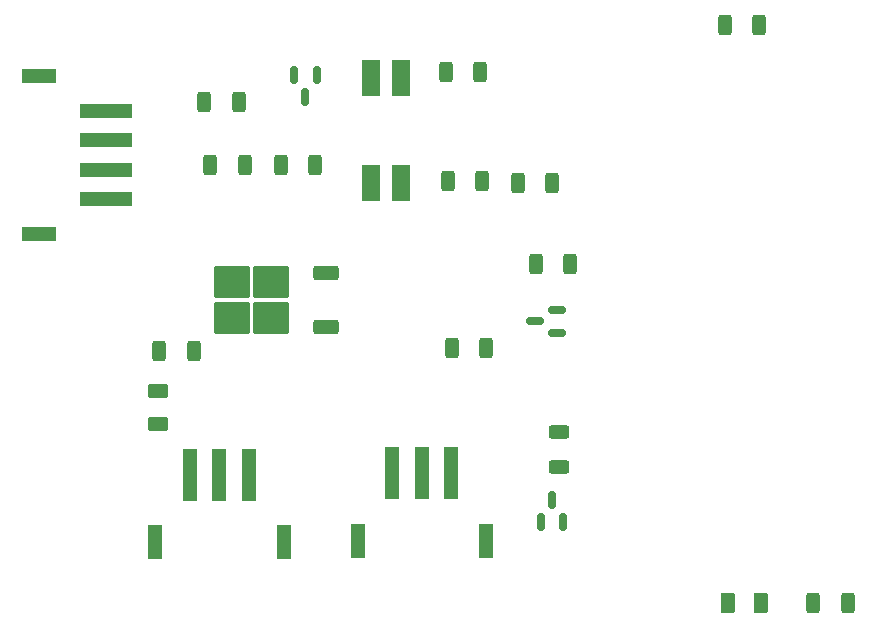
<source format=gbr>
%TF.GenerationSoftware,KiCad,Pcbnew,7.0.9*%
%TF.CreationDate,2024-07-11T14:42:56+10:00*%
%TF.ProjectId,bms test circuit,626d7320-7465-4737-9420-636972637569,rev?*%
%TF.SameCoordinates,Original*%
%TF.FileFunction,Paste,Top*%
%TF.FilePolarity,Positive*%
%FSLAX46Y46*%
G04 Gerber Fmt 4.6, Leading zero omitted, Abs format (unit mm)*
G04 Created by KiCad (PCBNEW 7.0.9) date 2024-07-11 14:42:56*
%MOMM*%
%LPD*%
G01*
G04 APERTURE LIST*
G04 Aperture macros list*
%AMRoundRect*
0 Rectangle with rounded corners*
0 $1 Rounding radius*
0 $2 $3 $4 $5 $6 $7 $8 $9 X,Y pos of 4 corners*
0 Add a 4 corners polygon primitive as box body*
4,1,4,$2,$3,$4,$5,$6,$7,$8,$9,$2,$3,0*
0 Add four circle primitives for the rounded corners*
1,1,$1+$1,$2,$3*
1,1,$1+$1,$4,$5*
1,1,$1+$1,$6,$7*
1,1,$1+$1,$8,$9*
0 Add four rect primitives between the rounded corners*
20,1,$1+$1,$2,$3,$4,$5,0*
20,1,$1+$1,$4,$5,$6,$7,0*
20,1,$1+$1,$6,$7,$8,$9,0*
20,1,$1+$1,$8,$9,$2,$3,0*%
G04 Aperture macros list end*
%ADD10RoundRect,0.250000X0.312500X0.625000X-0.312500X0.625000X-0.312500X-0.625000X0.312500X-0.625000X0*%
%ADD11RoundRect,0.250000X-0.375000X-0.625000X0.375000X-0.625000X0.375000X0.625000X-0.375000X0.625000X0*%
%ADD12RoundRect,0.250000X0.625000X-0.375000X0.625000X0.375000X-0.625000X0.375000X-0.625000X-0.375000X0*%
%ADD13RoundRect,0.250000X0.850000X0.350000X-0.850000X0.350000X-0.850000X-0.350000X0.850000X-0.350000X0*%
%ADD14RoundRect,0.250000X1.275000X1.125000X-1.275000X1.125000X-1.275000X-1.125000X1.275000X-1.125000X0*%
%ADD15RoundRect,0.250000X-0.312500X-0.625000X0.312500X-0.625000X0.312500X0.625000X-0.312500X0.625000X0*%
%ADD16RoundRect,0.150000X0.150000X-0.587500X0.150000X0.587500X-0.150000X0.587500X-0.150000X-0.587500X0*%
%ADD17R,1.200000X4.500000*%
%ADD18R,1.200000X3.000000*%
%ADD19RoundRect,0.250000X0.625000X-0.312500X0.625000X0.312500X-0.625000X0.312500X-0.625000X-0.312500X0*%
%ADD20RoundRect,0.150000X0.587500X0.150000X-0.587500X0.150000X-0.587500X-0.150000X0.587500X-0.150000X0*%
%ADD21RoundRect,0.150000X-0.150000X0.587500X-0.150000X-0.587500X0.150000X-0.587500X0.150000X0.587500X0*%
%ADD22R,1.600000X3.100000*%
%ADD23R,4.500000X1.200000*%
%ADD24R,3.000000X1.200000*%
G04 APERTURE END LIST*
D10*
X220472000Y-59563000D03*
X217547000Y-59563000D03*
X220283500Y-50292000D03*
X217358500Y-50292000D03*
X200344500Y-58166000D03*
X197419500Y-58166000D03*
D11*
X241297000Y-95250000D03*
X244097000Y-95250000D03*
D12*
X193040000Y-80140000D03*
X193040000Y-77340000D03*
D13*
X207224000Y-71876000D03*
D14*
X202599000Y-71121000D03*
X202599000Y-68071000D03*
X199249000Y-71121000D03*
X199249000Y-68071000D03*
D13*
X207224000Y-67316000D03*
D15*
X196911500Y-52832000D03*
X199836500Y-52832000D03*
D16*
X225425000Y-88392000D03*
X227325000Y-88392000D03*
X226375000Y-86517000D03*
D15*
X248473500Y-95250000D03*
X251398500Y-95250000D03*
D17*
X212851000Y-84298000D03*
X215351000Y-84298000D03*
X217851000Y-84298000D03*
D18*
X209901000Y-89998000D03*
X220801000Y-89998000D03*
D10*
X220791500Y-73660000D03*
X217866500Y-73660000D03*
X196026500Y-73914000D03*
X193101500Y-73914000D03*
D19*
X226949000Y-83758500D03*
X226949000Y-80833500D03*
D17*
X195706000Y-84425000D03*
X198206000Y-84425000D03*
X200706000Y-84425000D03*
D18*
X192756000Y-90125000D03*
X203656000Y-90125000D03*
D10*
X243905500Y-46355000D03*
X240980500Y-46355000D03*
D20*
X226822000Y-72390000D03*
X226822000Y-70490000D03*
X224947000Y-71440000D03*
D15*
X224978500Y-66548000D03*
X227903500Y-66548000D03*
D21*
X206436000Y-50576000D03*
X204536000Y-50576000D03*
X205486000Y-52451000D03*
D10*
X226379500Y-59690000D03*
X223454500Y-59690000D03*
X206313500Y-58166000D03*
X203388500Y-58166000D03*
D22*
X213614000Y-50800000D03*
X211074000Y-50800000D03*
X211074000Y-59690000D03*
X213614000Y-59690000D03*
D23*
X188595000Y-53587000D03*
X188595000Y-56087000D03*
X188595000Y-58587000D03*
X188595000Y-61087000D03*
D24*
X182895000Y-50637000D03*
X182895000Y-64037000D03*
M02*

</source>
